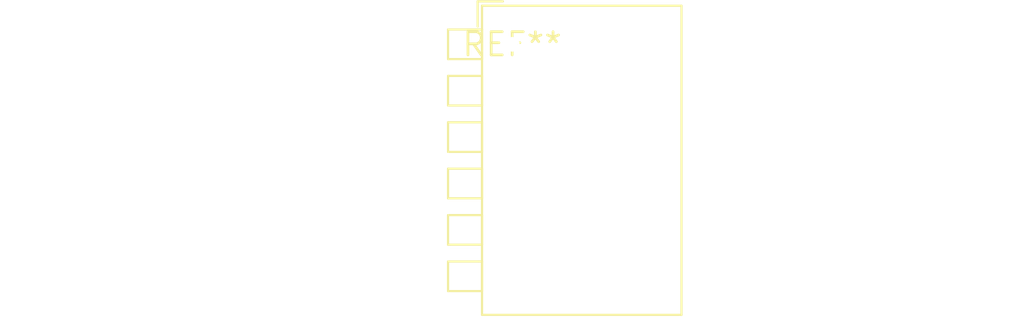
<source format=kicad_pcb>
(kicad_pcb (version 20240108) (generator pcbnew)
  (layers (0 "F.Cu" signal) (31 "B.Cu" signal) (34 "B.Paste" user) (35 "F.Paste" user) (36 "B.SilkS" user "B.Silkscreen") (37 "F.SilkS" user "F.Silkscreen") (38 "B.Mask" user) (39 "F.Mask" user) (44 "Edge.Cuts" user))
  (net 0 "")
  (footprint "SW_DIP_SPSTx06_Piano_10.8x16.8mm_W7.62mm_P2.54mm" (layer "F.Cu") (at 0 0)
    (property "Reference" "REF**")
    (property "Value" "SW_DIP_SPSTx06_Piano_10.8x16.8mm_W7.62mm_P2.54mm")
    (fp_line (start -3.51 -0.81) (end -3.51 0.81) (layer "F.SilkS") (stroke (width 0.12)))
    (fp_line (start -3.51 -0.81) (end -1.65 -0.81) (layer "F.SilkS") (stroke (width 0.12)))
    (fp_line (start -3.51 0.81) (end -1.65 0.81) (layer "F.SilkS") (stroke (width 0.12)))
    (fp_line (start -3.51 1.73) (end -3.51 3.35) (layer "F.SilkS") (stroke (width 0.12)))
    (fp_line (start -3.51 1.73) (end -1.65 1.73) (layer "F.SilkS") (stroke (width 0.12)))
    (fp_line (start -3.51 3.35) (end -1.65 3.35) (layer "F.SilkS") (stroke (width 0.12)))
    (fp_line (start -3.51 4.27) (end -3.51 5.89) (layer "F.SilkS") (stroke (width 0.12)))
    (fp_line (start -3.51 4.27) (end -1.65 4.27) (layer "F.SilkS") (stroke (width 0.12)))
    (fp_line (start -3.51 5.89) (end -1.65 5.89) (layer "F.SilkS") (stroke (width 0.12)))
    (fp_line (start -3.51 6.81) (end -3.51 8.43) (layer "F.SilkS") (stroke (width 0.12)))
    (fp_line (start -3.51 6.81) (end -1.65 6.81) (layer "F.SilkS") (stroke (width 0.12)))
    (fp_line (start -3.51 8.43) (end -1.65 8.43) (layer "F.SilkS") (stroke (width 0.12)))
    (fp_line (start -3.51 9.35) (end -3.51 10.97) (layer "F.SilkS") (stroke (width 0.12)))
    (fp_line (start -3.51 9.35) (end -1.65 9.35) (layer "F.SilkS") (stroke (width 0.12)))
    (fp_line (start -3.51 10.97) (end -1.65 10.97) (layer "F.SilkS") (stroke (width 0.12)))
    (fp_line (start -3.51 11.89) (end -3.51 13.51) (layer "F.SilkS") (stroke (width 0.12)))
    (fp_line (start -3.51 11.89) (end -1.65 11.89) (layer "F.SilkS") (stroke (width 0.12)))
    (fp_line (start -3.51 13.51) (end -1.65 13.51) (layer "F.SilkS") (stroke (width 0.12)))
    (fp_line (start -1.89 -2.35) (end -1.89 -0.967) (layer "F.SilkS") (stroke (width 0.12)))
    (fp_line (start -1.89 -2.35) (end -0.507 -2.35) (layer "F.SilkS") (stroke (width 0.12)))
    (fp_line (start -1.65 -2.11) (end -1.65 14.811) (layer "F.SilkS") (stroke (width 0.12)))
    (fp_line (start -1.65 -2.11) (end 9.27 -2.11) (layer "F.SilkS") (stroke (width 0.12)))
    (fp_line (start -1.65 -0.81) (end -1.65 0.81) (layer "F.SilkS") (stroke (width 0.12)))
    (fp_line (start -1.65 1.73) (end -1.65 3.35) (layer "F.SilkS") (stroke (width 0.12)))
    (fp_line (start -1.65 4.27) (end -1.65 5.89) (layer "F.SilkS") (stroke (width 0.12)))
    (fp_line (start -1.65 6.81) (end -1.65 8.43) (layer "F.SilkS") (stroke (width 0.12)))
    (fp_line (start -1.65 9.35) (end -1.65 10.97) (layer "F.SilkS") (stroke (width 0.12)))
    (fp_line (start -1.65 11.89) (end -1.65 13.51) (layer "F.SilkS") (stroke (width 0.12)))
    (fp_line (start -1.65 14.811) (end 9.27 14.811) (layer "F.SilkS") (stroke (width 0.12)))
    (fp_line (start 9.27 -2.11) (end 9.27 14.811) (layer "F.SilkS") (stroke (width 0.12)))
    (pad "1" thru_hole rect (at 0 0) (size 1.6 1.6) (drill 0.8) (layers *.Cu *.Mask) (remove_unused_layers))
    (pad "2" thru_hole oval (at 0 2.54) (size 1.6 1.6) (drill 0.8) (layers *.Cu *.Mask) (remove_unused_layers))
    (pad "3" thru_hole oval (at 0 5.08) (size 1.6 1.6) (drill 0.8) (layers *.Cu *.Mask) (remove_unused_layers))
    (pad "4" thru_hole oval (at 0 7.62) (size 1.6 1.6) (drill 0.8) (layers *.Cu *.Mask) (remove_unused_layers))
    (pad "5" thru_hole oval (at 0 10.16) (size 1.6 1.6) (drill 0.8) (layers *.Cu *.Mask) (remove_unused_layers))
    (pad "6" thru_hole oval (at 0 12.7) (size 1.6 1.6) (drill 0.8) (layers *.Cu *.Mask) (remove_unused_layers))
    (pad "7" thru_hole oval (at 7.62 12.7) (size 1.6 1.6) (drill 0.8) (layers *.Cu *.Mask) (remove_unused_layers))
    (pad "8" thru_hole oval (at 7.62 10.16) (size 1.6 1.6) (drill 0.8) (layers *.Cu *.Mask) (remove_unused_layers))
    (pad "9" thru_hole oval (at 7.62 7.62) (size 1.6 1.6) (drill 0.8) (layers *.Cu *.Mask) (remove_unused_layers))
    (pad "10" thru_hole oval (at 7.62 5.08) (size 1.6 1.6) (drill 0.8) (layers *.Cu *.Mask) (remove_unused_layers))
    (pad "11" thru_hole oval (at 7.62 2.54) (size 1.6 1.6) (drill 0.8) (layers *.Cu *.Mask) (remove_unused_layers))
    (pad "12" thru_hole oval (at 7.62 0) (size 1.6 1.6) (drill 0.8) (layers *.Cu *.Mask) (remove_unused_layers))
  )
)
</source>
